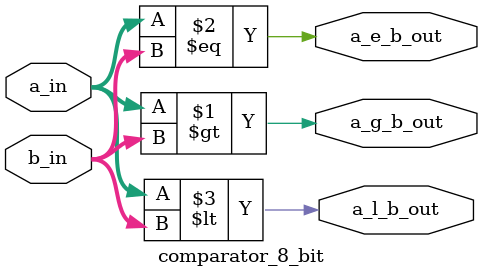
<source format=sv>
`timescale 1ns / 1ps

`define DATA_WIDTH 8
module comparator_8_bit(
input [`DATA_WIDTH-1:0] a_in,
input [`DATA_WIDTH-1:0] b_in,
output a_g_b_out,
output a_e_b_out,
output a_l_b_out
    );

    
 
 assign   a_g_b_out = (a_in > b_in);
 assign   a_e_b_out = (a_in == b_in);
 assign a_l_b_out = (a_in < b_in);
    
    
endmodule

</source>
